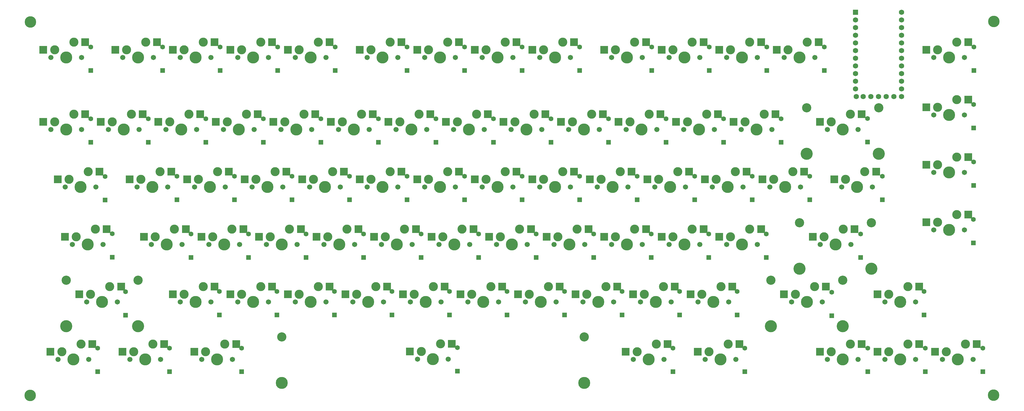
<source format=gbr>
G04 #@! TF.GenerationSoftware,KiCad,Pcbnew,(6.0.10)*
G04 #@! TF.CreationDate,2023-03-05T22:56:18-08:00*
G04 #@! TF.ProjectId,keyboard,6b657962-6f61-4726-942e-6b696361645f,rev?*
G04 #@! TF.SameCoordinates,Original*
G04 #@! TF.FileFunction,Soldermask,Bot*
G04 #@! TF.FilePolarity,Negative*
%FSLAX46Y46*%
G04 Gerber Fmt 4.6, Leading zero omitted, Abs format (unit mm)*
G04 Created by KiCad (PCBNEW (6.0.10)) date 2023-03-05 22:56:18*
%MOMM*%
%LPD*%
G01*
G04 APERTURE LIST*
%ADD10R,1.600000X1.600000*%
%ADD11C,1.600000*%
%ADD12C,4.000000*%
%ADD13C,3.050000*%
%ADD14C,3.000000*%
%ADD15C,3.987800*%
%ADD16C,1.701800*%
%ADD17R,2.550000X2.500000*%
%ADD18C,3.800000*%
%ADD19C,3.048000*%
%ADD20R,1.752600X1.752600*%
%ADD21C,1.752600*%
G04 APERTURE END LIST*
D10*
X232320000Y-144850000D03*
D11*
X232320000Y-137050000D03*
D10*
X274950000Y-202100000D03*
D11*
X274950000Y-194300000D03*
D12*
X395623450Y-186731800D03*
D13*
X395623450Y-171491800D03*
D14*
X386276250Y-173600000D03*
D12*
X371823450Y-186731800D03*
D15*
X383736250Y-178680000D03*
D14*
X379926250Y-176140000D03*
D16*
X388816250Y-178680000D03*
X378656250Y-178680000D03*
D13*
X371823450Y-171491800D03*
D17*
X390026250Y-173600000D03*
X376176250Y-176140000D03*
D10*
X382450000Y-202330000D03*
D11*
X382450000Y-194530000D03*
D10*
X429507500Y-121070000D03*
D11*
X429507500Y-113270000D03*
D10*
X218052500Y-121070000D03*
D11*
X218052500Y-113270000D03*
D16*
X285787500Y-159630000D03*
D15*
X290867500Y-159630000D03*
D14*
X287057500Y-157090000D03*
X293407500Y-154550000D03*
D16*
X295947500Y-159630000D03*
D17*
X297157500Y-154550000D03*
X283307500Y-157090000D03*
D14*
X334682500Y-138040000D03*
D16*
X343572500Y-140580000D03*
X333412500Y-140580000D03*
D14*
X341032500Y-135500000D03*
D15*
X338492500Y-140580000D03*
D17*
X344782500Y-135500000D03*
X330932500Y-138040000D03*
D14*
X298170000Y-173600000D03*
X291820000Y-176140000D03*
D15*
X295630000Y-178680000D03*
D16*
X290550000Y-178680000D03*
X300710000Y-178680000D03*
D17*
X301920000Y-173600000D03*
X288070000Y-176140000D03*
D14*
X245782500Y-135500000D03*
D16*
X248322500Y-140580000D03*
D14*
X239432500Y-138040000D03*
D16*
X238162500Y-140580000D03*
D15*
X243242500Y-140580000D03*
D17*
X249532500Y-135500000D03*
X235682500Y-138040000D03*
D10*
X203745000Y-163900000D03*
D11*
X203745000Y-156100000D03*
D10*
X170330000Y-183000000D03*
D11*
X170330000Y-175200000D03*
D10*
X194220000Y-144850000D03*
D11*
X194220000Y-137050000D03*
D10*
X251370000Y-144850000D03*
D11*
X251370000Y-137050000D03*
D10*
X198750000Y-202100000D03*
D11*
X198750000Y-194300000D03*
D14*
X345795000Y-192650000D03*
D16*
X338175000Y-197730000D03*
X348335000Y-197730000D03*
D15*
X343255000Y-197730000D03*
D14*
X339445000Y-195190000D03*
D17*
X349545000Y-192650000D03*
X335695000Y-195190000D03*
D10*
X298995000Y-163900000D03*
D11*
X298995000Y-156100000D03*
D10*
X289470000Y-144850000D03*
D11*
X289470000Y-137050000D03*
D10*
X227480000Y-183000000D03*
D11*
X227480000Y-175200000D03*
D15*
X195617500Y-159630000D03*
D16*
X200697500Y-159630000D03*
D14*
X198157500Y-154550000D03*
X191807500Y-157090000D03*
D16*
X190537500Y-159630000D03*
D17*
X201907500Y-154550000D03*
X188057500Y-157090000D03*
D10*
X284630000Y-183000000D03*
D11*
X284630000Y-175200000D03*
D10*
X429487500Y-140087500D03*
D11*
X429487500Y-132287500D03*
D15*
X257530000Y-178680000D03*
D16*
X262610000Y-178680000D03*
X252450000Y-178680000D03*
D14*
X253720000Y-176140000D03*
X260070000Y-173600000D03*
D17*
X263820000Y-173600000D03*
X249970000Y-176140000D03*
D15*
X271817500Y-116767500D03*
D14*
X274357500Y-111687500D03*
D16*
X266737500Y-116767500D03*
X276897500Y-116767500D03*
D14*
X268007500Y-114227500D03*
D17*
X278107500Y-111687500D03*
X264257500Y-114227500D03*
D10*
X217800000Y-202100000D03*
D11*
X217800000Y-194300000D03*
D16*
X153072500Y-140580000D03*
D14*
X150532500Y-135500000D03*
D15*
X147992500Y-140580000D03*
D16*
X142912500Y-140580000D03*
D14*
X144182500Y-138040000D03*
D17*
X154282500Y-135500000D03*
X140432500Y-138040000D03*
D10*
X137070000Y-144850000D03*
D11*
X137070000Y-137050000D03*
D14*
X274357500Y-154550000D03*
X268007500Y-157090000D03*
D16*
X276897500Y-159630000D03*
X266737500Y-159630000D03*
D15*
X271817500Y-159630000D03*
D17*
X278107500Y-154550000D03*
X264257500Y-157090000D03*
D15*
X390880000Y-159630000D03*
D14*
X387070000Y-157090000D03*
X393420000Y-154550000D03*
D16*
X385800000Y-159630000D03*
X395960000Y-159630000D03*
D17*
X397170000Y-154550000D03*
X383320000Y-157090000D03*
D10*
X165645000Y-163900000D03*
D11*
X165645000Y-156100000D03*
D10*
X413460000Y-220870000D03*
D11*
X413460000Y-213070000D03*
D16*
X255430000Y-216760000D03*
D14*
X252890000Y-211680000D03*
D15*
X250350000Y-216760000D03*
D14*
X246540000Y-214220000D03*
D16*
X245270000Y-216760000D03*
D17*
X256640000Y-211680000D03*
X242790000Y-214220000D03*
D15*
X309917500Y-159630000D03*
D14*
X306107500Y-157090000D03*
D16*
X304837500Y-159630000D03*
X314997500Y-159630000D03*
D14*
X312457500Y-154550000D03*
D17*
X316207500Y-154550000D03*
X302357500Y-157090000D03*
D10*
X329890000Y-220900000D03*
D11*
X329890000Y-213100000D03*
D16*
X171487500Y-159630000D03*
D14*
X172757500Y-157090000D03*
D15*
X176567500Y-159630000D03*
D14*
X179107500Y-154550000D03*
D16*
X181647500Y-159630000D03*
D17*
X182857500Y-154550000D03*
X169007500Y-157090000D03*
D14*
X321982500Y-135500000D03*
D16*
X314362500Y-140580000D03*
D15*
X319442500Y-140580000D03*
D14*
X315632500Y-138040000D03*
D16*
X324522500Y-140580000D03*
D17*
X325732500Y-135500000D03*
X311882500Y-138040000D03*
D14*
X132276250Y-176140000D03*
D16*
X141166250Y-178680000D03*
D14*
X138626250Y-173600000D03*
D15*
X136086250Y-178680000D03*
D16*
X131006250Y-178680000D03*
D17*
X142376250Y-173600000D03*
X128526250Y-176140000D03*
D15*
X371830000Y-116767500D03*
D16*
X366750000Y-116767500D03*
D14*
X368020000Y-114227500D03*
X374370000Y-111687500D03*
D16*
X376910000Y-116767500D03*
D17*
X378120000Y-111687500D03*
X364270000Y-114227500D03*
D15*
X157517500Y-159630000D03*
D16*
X162597500Y-159630000D03*
X152437500Y-159630000D03*
D14*
X160057500Y-154550000D03*
X153707500Y-157090000D03*
D17*
X163807500Y-154550000D03*
X149957500Y-157090000D03*
D15*
X214667500Y-159630000D03*
D16*
X219747500Y-159630000D03*
D14*
X217207500Y-154550000D03*
D16*
X209587500Y-159630000D03*
D14*
X210857500Y-157090000D03*
D17*
X220957500Y-154550000D03*
X207107500Y-157090000D03*
D10*
X365670000Y-144850000D03*
D11*
X365670000Y-137050000D03*
D16*
X281660000Y-178680000D03*
X271500000Y-178680000D03*
D14*
X272770000Y-176140000D03*
D15*
X276580000Y-178680000D03*
D14*
X279120000Y-173600000D03*
D17*
X282870000Y-173600000D03*
X269020000Y-176140000D03*
D10*
X179952500Y-121070000D03*
D11*
X179952500Y-113270000D03*
D16*
X323887500Y-159630000D03*
D14*
X331507500Y-154550000D03*
X325157500Y-157090000D03*
D16*
X334047500Y-159630000D03*
D15*
X328967500Y-159630000D03*
D17*
X335257500Y-154550000D03*
X321407500Y-157090000D03*
D16*
X195300000Y-178680000D03*
D14*
X202920000Y-173600000D03*
D16*
X205460000Y-178680000D03*
D14*
X196570000Y-176140000D03*
D15*
X200380000Y-178680000D03*
D17*
X206670000Y-173600000D03*
X192820000Y-176140000D03*
D10*
X144250000Y-182970000D03*
D11*
X144250000Y-175170000D03*
D15*
X209905000Y-116767500D03*
D14*
X206095000Y-114227500D03*
X212445000Y-111687500D03*
D16*
X214985000Y-116767500D03*
X204825000Y-116767500D03*
D17*
X216195000Y-111687500D03*
X202345000Y-114227500D03*
D14*
X250545000Y-192650000D03*
D16*
X253085000Y-197730000D03*
X242925000Y-197730000D03*
D15*
X248005000Y-197730000D03*
D14*
X244195000Y-195190000D03*
D17*
X254295000Y-192650000D03*
X240445000Y-195190000D03*
D14*
X326745000Y-192650000D03*
X320395000Y-195190000D03*
D16*
X329285000Y-197730000D03*
D15*
X324205000Y-197730000D03*
D16*
X319125000Y-197730000D03*
D17*
X330495000Y-192650000D03*
X316645000Y-195190000D03*
D16*
X238797500Y-116767500D03*
D14*
X229907500Y-114227500D03*
D15*
X233717500Y-116767500D03*
D16*
X228637500Y-116767500D03*
D14*
X236257500Y-111687500D03*
D17*
X240007500Y-111687500D03*
X226157500Y-114227500D03*
D10*
X327570000Y-144850000D03*
D11*
X327570000Y-137050000D03*
D10*
X303680000Y-183000000D03*
D11*
X303680000Y-175200000D03*
D10*
X360927500Y-121070000D03*
D11*
X360927500Y-113270000D03*
D10*
X351150000Y-202100000D03*
D11*
X351150000Y-194300000D03*
D10*
X318045000Y-163900000D03*
D11*
X318045000Y-156100000D03*
D10*
X341780000Y-183000000D03*
D11*
X341780000Y-175200000D03*
D10*
X265580000Y-183000000D03*
D11*
X265580000Y-175200000D03*
D10*
X294000000Y-202100000D03*
D11*
X294000000Y-194300000D03*
D10*
X199002500Y-121070000D03*
D11*
X199002500Y-113270000D03*
D14*
X177520000Y-176140000D03*
D16*
X186410000Y-178680000D03*
X176250000Y-178680000D03*
D14*
X183870000Y-173600000D03*
D15*
X181330000Y-178680000D03*
D17*
X187620000Y-173600000D03*
X173770000Y-176140000D03*
D16*
X157835000Y-116767500D03*
D14*
X155295000Y-111687500D03*
D16*
X147675000Y-116767500D03*
D14*
X148945000Y-114227500D03*
D15*
X152755000Y-116767500D03*
D17*
X159045000Y-111687500D03*
X145195000Y-114227500D03*
D14*
X187045000Y-114227500D03*
D16*
X185775000Y-116767500D03*
D15*
X190855000Y-116767500D03*
D14*
X193395000Y-111687500D03*
D16*
X195935000Y-116767500D03*
D17*
X197145000Y-111687500D03*
X183295000Y-114227500D03*
D15*
X367067500Y-159630000D03*
D14*
X363257500Y-157090000D03*
D16*
X372147500Y-159630000D03*
X361987500Y-159630000D03*
D14*
X369607500Y-154550000D03*
D17*
X373357500Y-154550000D03*
X359507500Y-157090000D03*
D18*
X117110000Y-105010000D03*
D14*
X163232500Y-138040000D03*
D16*
X161962500Y-140580000D03*
D14*
X169582500Y-135500000D03*
D16*
X172122500Y-140580000D03*
D15*
X167042500Y-140580000D03*
D17*
X173332500Y-135500000D03*
X159482500Y-138040000D03*
D10*
X360830000Y-183000000D03*
D11*
X360830000Y-175200000D03*
D10*
X148630000Y-202200000D03*
D11*
X148630000Y-194400000D03*
D10*
X394410000Y-220870000D03*
D11*
X394410000Y-213070000D03*
D10*
X337095000Y-163900000D03*
D11*
X337095000Y-156100000D03*
D16*
X195935000Y-197730000D03*
D15*
X190855000Y-197730000D03*
D14*
X187045000Y-195190000D03*
D16*
X185775000Y-197730000D03*
D14*
X193395000Y-192650000D03*
D17*
X197145000Y-192650000D03*
X183295000Y-195190000D03*
D10*
X139390000Y-220900000D03*
D11*
X139390000Y-213100000D03*
D14*
X182282500Y-138040000D03*
X188632500Y-135500000D03*
D16*
X191172500Y-140580000D03*
X181012500Y-140580000D03*
D15*
X186092500Y-140580000D03*
D17*
X192382500Y-135500000D03*
X178532500Y-138040000D03*
D14*
X151326250Y-214240000D03*
D16*
X150056250Y-216780000D03*
D14*
X157676250Y-211700000D03*
D15*
X155136250Y-216780000D03*
D16*
X160216250Y-216780000D03*
D17*
X161426250Y-211700000D03*
X147576250Y-214240000D03*
D10*
X179700000Y-202100000D03*
D11*
X179700000Y-194300000D03*
D15*
X178948750Y-216780000D03*
D14*
X175138750Y-214240000D03*
X181488750Y-211700000D03*
D16*
X184028750Y-216780000D03*
X173868750Y-216780000D03*
D17*
X185238750Y-211700000D03*
X171388750Y-214240000D03*
D10*
X184695000Y-163900000D03*
D11*
X184695000Y-156100000D03*
D10*
X299015000Y-121070000D03*
D11*
X299015000Y-113270000D03*
D14*
X407707500Y-192650000D03*
D16*
X400087500Y-197730000D03*
D14*
X401357500Y-195190000D03*
D16*
X410247500Y-197730000D03*
D15*
X405167500Y-197730000D03*
D17*
X411457500Y-192650000D03*
X397607500Y-195190000D03*
D10*
X341877500Y-121070000D03*
D11*
X341877500Y-113270000D03*
D10*
X353702500Y-220900000D03*
D11*
X353702500Y-213100000D03*
D16*
X369131250Y-197730000D03*
D15*
X374211250Y-197730000D03*
D14*
X376751250Y-192650000D03*
D16*
X379291250Y-197730000D03*
D14*
X370401250Y-195190000D03*
D12*
X362298450Y-205781800D03*
D13*
X362298450Y-190541800D03*
X386098450Y-190541800D03*
D12*
X386098450Y-205781800D03*
D17*
X380501250Y-192650000D03*
X366651250Y-195190000D03*
D10*
X236850000Y-202100000D03*
D11*
X236850000Y-194300000D03*
D16*
X128625000Y-159630000D03*
D14*
X136245000Y-154550000D03*
D16*
X138785000Y-159630000D03*
D15*
X133705000Y-159630000D03*
D14*
X129895000Y-157090000D03*
D17*
X139995000Y-154550000D03*
X126145000Y-157090000D03*
D10*
X189380000Y-183000000D03*
D11*
X189380000Y-175200000D03*
D10*
X246530000Y-183000000D03*
D11*
X246530000Y-175200000D03*
D10*
X241865000Y-121070000D03*
D11*
X241865000Y-113270000D03*
D14*
X226732500Y-135500000D03*
D15*
X224192500Y-140580000D03*
D16*
X219112500Y-140580000D03*
X229272500Y-140580000D03*
D14*
X220382500Y-138040000D03*
D17*
X230482500Y-135500000D03*
X216632500Y-138040000D03*
D10*
X258500000Y-220690000D03*
D11*
X258500000Y-212890000D03*
D10*
X141860000Y-163960000D03*
D11*
X141860000Y-156160000D03*
D14*
X423900000Y-149787500D03*
D15*
X421360000Y-154867500D03*
D16*
X416280000Y-154867500D03*
D14*
X417550000Y-152327500D03*
D16*
X426440000Y-154867500D03*
D17*
X427650000Y-149787500D03*
X413800000Y-152327500D03*
D10*
X260895000Y-163900000D03*
D11*
X260895000Y-156100000D03*
D14*
X248957500Y-114227500D03*
D15*
X252767500Y-116767500D03*
D14*
X255307500Y-111687500D03*
D16*
X257847500Y-116767500D03*
X247687500Y-116767500D03*
D17*
X259057500Y-111687500D03*
X245207500Y-114227500D03*
D16*
X214985000Y-197730000D03*
D14*
X206095000Y-195190000D03*
X212445000Y-192650000D03*
D15*
X209905000Y-197730000D03*
D16*
X204825000Y-197730000D03*
D17*
X216195000Y-192650000D03*
X202345000Y-195190000D03*
D10*
X175170000Y-144850000D03*
D11*
X175170000Y-137050000D03*
D18*
X436070000Y-228700000D03*
X117020000Y-228770000D03*
D10*
X163202500Y-220900000D03*
D11*
X163202500Y-213100000D03*
D10*
X255900000Y-202100000D03*
D11*
X255900000Y-194300000D03*
D16*
X426440000Y-116767500D03*
D15*
X421360000Y-116767500D03*
D16*
X416280000Y-116767500D03*
D14*
X417550000Y-114227500D03*
X423900000Y-111687500D03*
D17*
X427650000Y-111687500D03*
X413800000Y-114227500D03*
D10*
X356145000Y-163900000D03*
D11*
X356145000Y-156100000D03*
D16*
X416280000Y-173917500D03*
D14*
X417550000Y-171377500D03*
D16*
X426440000Y-173917500D03*
D15*
X421360000Y-173917500D03*
D14*
X423900000Y-168837500D03*
D17*
X427650000Y-168837500D03*
X413800000Y-171377500D03*
D16*
X176885000Y-116767500D03*
D14*
X174345000Y-111687500D03*
D15*
X171805000Y-116767500D03*
D14*
X167995000Y-114227500D03*
D16*
X166725000Y-116767500D03*
D17*
X178095000Y-111687500D03*
X164245000Y-114227500D03*
D10*
X332100000Y-202100000D03*
D11*
X332100000Y-194300000D03*
D15*
X314680000Y-116767500D03*
D14*
X310870000Y-114227500D03*
X317220000Y-111687500D03*
D16*
X319760000Y-116767500D03*
X309600000Y-116767500D03*
D17*
X320970000Y-111687500D03*
X307120000Y-114227500D03*
D15*
X352780000Y-116767500D03*
D14*
X355320000Y-111687500D03*
X348970000Y-114227500D03*
D16*
X347700000Y-116767500D03*
X357860000Y-116767500D03*
D17*
X359070000Y-111687500D03*
X345220000Y-114227500D03*
D16*
X416280000Y-135817500D03*
D15*
X421360000Y-135817500D03*
D14*
X417550000Y-133277500D03*
D16*
X426440000Y-135817500D03*
D14*
X423900000Y-130737500D03*
D17*
X427650000Y-130737500D03*
X413800000Y-133277500D03*
D10*
X241845000Y-163900000D03*
D11*
X241845000Y-156100000D03*
D14*
X420407500Y-214240000D03*
D16*
X429297500Y-216780000D03*
X419137500Y-216780000D03*
D15*
X424217500Y-216780000D03*
D14*
X426757500Y-211700000D03*
D17*
X430507500Y-211700000D03*
X416657500Y-214240000D03*
D10*
X208430000Y-183000000D03*
D11*
X208430000Y-175200000D03*
D15*
X262292500Y-140580000D03*
D16*
X267372500Y-140580000D03*
D14*
X264832500Y-135500000D03*
D16*
X257212500Y-140580000D03*
D14*
X258482500Y-138040000D03*
D17*
X268582500Y-135500000D03*
X254732500Y-138040000D03*
D14*
X293407500Y-111687500D03*
D16*
X285787500Y-116767500D03*
D14*
X287057500Y-114227500D03*
D15*
X290867500Y-116767500D03*
D16*
X295947500Y-116767500D03*
D17*
X297157500Y-111687500D03*
X283307500Y-114227500D03*
D18*
X436180000Y-104790000D03*
D14*
X355320000Y-173600000D03*
D16*
X347700000Y-178680000D03*
D15*
X352780000Y-178680000D03*
D14*
X348970000Y-176140000D03*
D16*
X357860000Y-178680000D03*
D17*
X359070000Y-173600000D03*
X345220000Y-176140000D03*
D10*
X137090000Y-121070000D03*
D11*
X137090000Y-113270000D03*
D14*
X353732500Y-138040000D03*
D16*
X362622500Y-140580000D03*
D15*
X357542500Y-140580000D03*
D14*
X360082500Y-135500000D03*
D16*
X352462500Y-140580000D03*
D17*
X363832500Y-135500000D03*
X349982500Y-138040000D03*
D14*
X310870000Y-176140000D03*
X317220000Y-173600000D03*
D16*
X309600000Y-178680000D03*
D15*
X314680000Y-178680000D03*
D16*
X319760000Y-178680000D03*
D17*
X320970000Y-173600000D03*
X307120000Y-176140000D03*
D16*
X234035000Y-197730000D03*
D14*
X231495000Y-192650000D03*
D15*
X228955000Y-197730000D03*
D16*
X223875000Y-197730000D03*
D14*
X225145000Y-195190000D03*
D17*
X235245000Y-192650000D03*
X221395000Y-195190000D03*
D10*
X392060000Y-183000000D03*
D11*
X392060000Y-175200000D03*
D10*
X156120000Y-144850000D03*
D11*
X156120000Y-137050000D03*
D10*
X279965000Y-121070000D03*
D11*
X279965000Y-113270000D03*
D16*
X340556250Y-216780000D03*
D15*
X345636250Y-216780000D03*
D14*
X341826250Y-214240000D03*
X348176250Y-211700000D03*
D16*
X350716250Y-216780000D03*
D17*
X351926250Y-211700000D03*
X338076250Y-214240000D03*
D10*
X222795000Y-163900000D03*
D11*
X222795000Y-156100000D03*
D16*
X176885000Y-197730000D03*
D14*
X167995000Y-195190000D03*
D15*
X171805000Y-197730000D03*
D14*
X174345000Y-192650000D03*
D16*
X166725000Y-197730000D03*
D17*
X178095000Y-192650000D03*
X164245000Y-195190000D03*
D10*
X413062500Y-202100000D03*
D11*
X413062500Y-194300000D03*
D16*
X316743750Y-216780000D03*
D15*
X321823750Y-216780000D03*
D14*
X318013750Y-214240000D03*
X324363750Y-211700000D03*
D16*
X326903750Y-216780000D03*
D17*
X328113750Y-211700000D03*
X314263750Y-214240000D03*
D16*
X135768750Y-197730000D03*
D13*
X152735950Y-190541800D03*
D15*
X140848750Y-197730000D03*
D14*
X137038750Y-195190000D03*
X143388750Y-192650000D03*
D12*
X152735950Y-205781800D03*
D16*
X145928750Y-197730000D03*
D13*
X128935950Y-190541800D03*
D12*
X128935950Y-205781800D03*
D17*
X147138750Y-192650000D03*
X133288750Y-195190000D03*
D10*
X313050000Y-202100000D03*
D11*
X313050000Y-194300000D03*
D10*
X213270000Y-144850000D03*
D11*
X213270000Y-137050000D03*
D10*
X394340000Y-144770000D03*
D11*
X394340000Y-136970000D03*
D16*
X272135000Y-197730000D03*
D15*
X267055000Y-197730000D03*
D14*
X263245000Y-195190000D03*
X269595000Y-192650000D03*
D16*
X261975000Y-197730000D03*
D17*
X273345000Y-192650000D03*
X259495000Y-195190000D03*
D10*
X429487500Y-159137500D03*
D11*
X429487500Y-151337500D03*
D10*
X270420000Y-144850000D03*
D11*
X270420000Y-137050000D03*
D16*
X391197500Y-216780000D03*
D14*
X388657500Y-211700000D03*
X382307500Y-214240000D03*
D16*
X381037500Y-216780000D03*
D15*
X386117500Y-216780000D03*
D17*
X392407500Y-211700000D03*
X378557500Y-214240000D03*
D19*
X200376250Y-209324999D03*
X300546856Y-209394999D03*
D15*
X200376250Y-224564999D03*
X300546856Y-224634999D03*
D14*
X127513750Y-214240000D03*
D15*
X131323750Y-216780000D03*
D14*
X133863750Y-211700000D03*
D16*
X136403750Y-216780000D03*
X126243750Y-216780000D03*
D17*
X137613750Y-211700000D03*
X123763750Y-214240000D03*
D16*
X338810000Y-116767500D03*
D14*
X336270000Y-111687500D03*
D15*
X333730000Y-116767500D03*
D16*
X328650000Y-116767500D03*
D14*
X329920000Y-114227500D03*
D17*
X340020000Y-111687500D03*
X326170000Y-114227500D03*
D10*
X429410000Y-178237500D03*
D11*
X429410000Y-170437500D03*
D10*
X379977500Y-121070000D03*
D11*
X379977500Y-113270000D03*
D15*
X333730000Y-178680000D03*
D14*
X336270000Y-173600000D03*
D16*
X338810000Y-178680000D03*
X328650000Y-178680000D03*
D14*
X329920000Y-176140000D03*
D17*
X340020000Y-173600000D03*
X326170000Y-176140000D03*
D14*
X301345000Y-195190000D03*
D15*
X305155000Y-197730000D03*
D14*
X307695000Y-192650000D03*
D16*
X310235000Y-197730000D03*
X300075000Y-197730000D03*
D17*
X311445000Y-192650000D03*
X297595000Y-195190000D03*
D14*
X236257500Y-154550000D03*
D16*
X228637500Y-159630000D03*
X238797500Y-159630000D03*
D15*
X233717500Y-159630000D03*
D14*
X229907500Y-157090000D03*
D17*
X240007500Y-154550000D03*
X226157500Y-157090000D03*
D10*
X322730000Y-183000000D03*
D11*
X322730000Y-175200000D03*
D10*
X322827500Y-121070000D03*
D11*
X322827500Y-113270000D03*
D16*
X210222500Y-140580000D03*
D14*
X201332500Y-138040000D03*
D15*
X205142500Y-140580000D03*
D14*
X207682500Y-135500000D03*
D16*
X200062500Y-140580000D03*
D17*
X211432500Y-135500000D03*
X197582500Y-138040000D03*
D16*
X400087500Y-216780000D03*
X410247500Y-216780000D03*
D15*
X405167500Y-216780000D03*
D14*
X401357500Y-214240000D03*
X407707500Y-211700000D03*
D17*
X411457500Y-211700000D03*
X397607500Y-214240000D03*
D10*
X375195000Y-163900000D03*
D11*
X375195000Y-156100000D03*
D10*
X399200000Y-163930000D03*
D11*
X399200000Y-156130000D03*
D14*
X282295000Y-195190000D03*
D15*
X286105000Y-197730000D03*
D16*
X291185000Y-197730000D03*
D14*
X288645000Y-192650000D03*
D16*
X281025000Y-197730000D03*
D17*
X292395000Y-192650000D03*
X278545000Y-195190000D03*
D10*
X187015000Y-220900000D03*
D11*
X187015000Y-213100000D03*
D10*
X279945000Y-163900000D03*
D11*
X279945000Y-156100000D03*
D14*
X125132500Y-114227500D03*
D16*
X123862500Y-116767500D03*
X134022500Y-116767500D03*
D14*
X131482500Y-111687500D03*
D15*
X128942500Y-116767500D03*
D17*
X135232500Y-111687500D03*
X121382500Y-114227500D03*
D10*
X308520000Y-144850000D03*
D11*
X308520000Y-137050000D03*
D10*
X432510000Y-220870000D03*
D11*
X432510000Y-213070000D03*
D10*
X346620000Y-144850000D03*
D11*
X346620000Y-137050000D03*
D15*
X348017500Y-159630000D03*
D14*
X350557500Y-154550000D03*
D16*
X342937500Y-159630000D03*
D14*
X344207500Y-157090000D03*
D16*
X353097500Y-159630000D03*
D17*
X354307500Y-154550000D03*
X340457500Y-157090000D03*
D14*
X277532500Y-138040000D03*
D16*
X286422500Y-140580000D03*
D15*
X281342500Y-140580000D03*
D14*
X283882500Y-135500000D03*
D16*
X276262500Y-140580000D03*
D17*
X287632500Y-135500000D03*
X273782500Y-138040000D03*
D14*
X221970000Y-173600000D03*
X215620000Y-176140000D03*
D16*
X214350000Y-178680000D03*
X224510000Y-178680000D03*
D15*
X219430000Y-178680000D03*
D17*
X225720000Y-173600000D03*
X211870000Y-176140000D03*
D16*
X247687500Y-159630000D03*
D14*
X255307500Y-154550000D03*
D15*
X252767500Y-159630000D03*
D16*
X257847500Y-159630000D03*
D14*
X248957500Y-157090000D03*
D17*
X259057500Y-154550000D03*
X245207500Y-157090000D03*
D16*
X295312500Y-140580000D03*
D14*
X302932500Y-135500000D03*
X296582500Y-138040000D03*
D15*
X300392500Y-140580000D03*
D16*
X305472500Y-140580000D03*
D17*
X306682500Y-135500000D03*
X292832500Y-138040000D03*
D10*
X260915000Y-121070000D03*
D11*
X260915000Y-113270000D03*
D10*
X160902500Y-121070000D03*
D11*
X160902500Y-113270000D03*
D16*
X157200000Y-178680000D03*
D15*
X162280000Y-178680000D03*
D14*
X164820000Y-173600000D03*
X158470000Y-176140000D03*
D16*
X167360000Y-178680000D03*
D17*
X168570000Y-173600000D03*
X154720000Y-176140000D03*
D16*
X123862500Y-140580000D03*
X134022500Y-140580000D03*
D15*
X128942500Y-140580000D03*
D14*
X125132500Y-138040000D03*
X131482500Y-135500000D03*
D17*
X135232500Y-135500000D03*
X121382500Y-138040000D03*
D16*
X381037500Y-140580000D03*
D14*
X388657500Y-135500000D03*
D12*
X398004700Y-148631800D03*
D16*
X391197500Y-140580000D03*
D15*
X386117500Y-140580000D03*
D12*
X374204700Y-148631800D03*
D14*
X382307500Y-138040000D03*
D13*
X398004700Y-133391800D03*
X374204700Y-133391800D03*
D17*
X392407500Y-135500000D03*
X378557500Y-138040000D03*
D15*
X238480000Y-178680000D03*
D14*
X241020000Y-173600000D03*
D16*
X233400000Y-178680000D03*
D14*
X234670000Y-176140000D03*
D16*
X243560000Y-178680000D03*
D17*
X244770000Y-173600000D03*
X230920000Y-176140000D03*
D20*
X390380000Y-101770000D03*
D21*
X390380000Y-104310000D03*
X390380000Y-106850000D03*
X390380000Y-109390000D03*
X390380000Y-111930000D03*
X390380000Y-114470000D03*
X390380000Y-117010000D03*
X390380000Y-119550000D03*
X390380000Y-122090000D03*
X390380000Y-124630000D03*
X390380000Y-127170000D03*
X390608600Y-129710000D03*
X405620000Y-129710000D03*
X405620000Y-127170000D03*
X405620000Y-124630000D03*
X405620000Y-122090000D03*
X405620000Y-119550000D03*
X405620000Y-117010000D03*
X405620000Y-114470000D03*
X405620000Y-111930000D03*
X405620000Y-109390000D03*
X405620000Y-106850000D03*
X405620000Y-104310000D03*
X405620000Y-101770000D03*
X392920000Y-129710000D03*
X395460000Y-129710000D03*
X398000000Y-129710000D03*
X400540000Y-129710000D03*
X403080000Y-129710000D03*
M02*

</source>
